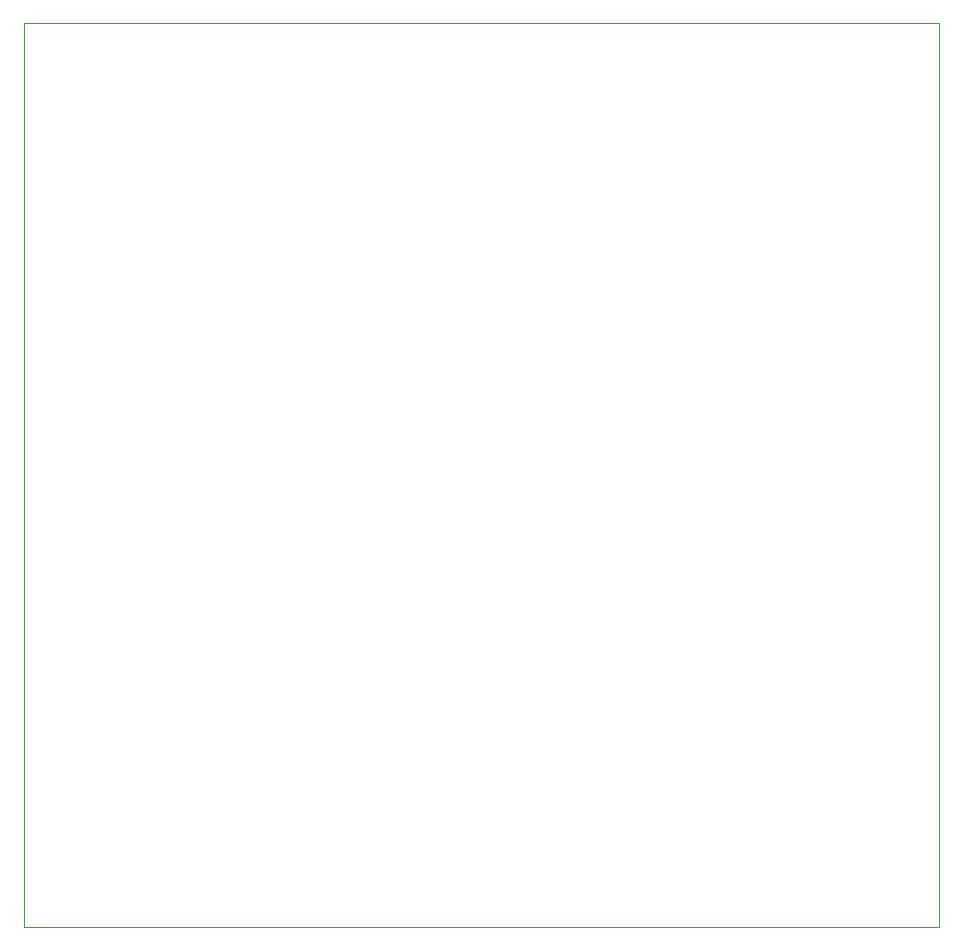
<source format=gbr>
%TF.GenerationSoftware,KiCad,Pcbnew,(6.0.4)*%
%TF.CreationDate,2022-04-12T10:07:43+02:00*%
%TF.ProjectId,Antenna-controller,416e7465-6e6e-4612-9d63-6f6e74726f6c,rev?*%
%TF.SameCoordinates,Original*%
%TF.FileFunction,Profile,NP*%
%FSLAX46Y46*%
G04 Gerber Fmt 4.6, Leading zero omitted, Abs format (unit mm)*
G04 Created by KiCad (PCBNEW (6.0.4)) date 2022-04-12 10:07:43*
%MOMM*%
%LPD*%
G01*
G04 APERTURE LIST*
%TA.AperFunction,Profile*%
%ADD10C,0.100000*%
%TD*%
G04 APERTURE END LIST*
D10*
X120500000Y-122000000D02*
X198000000Y-122000000D01*
X198000000Y-122000000D02*
X198000000Y-45500000D01*
X198000000Y-45500000D02*
X120500000Y-45500000D01*
X120500000Y-45500000D02*
X120500000Y-122000000D01*
M02*

</source>
